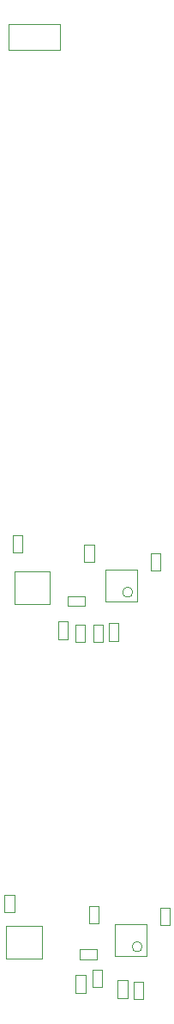
<source format=gbr>
%TF.GenerationSoftware,Altium Limited,Altium Designer,19.1.6 (110)*%
G04 Layer_Color=16711935*
%FSLAX26Y26*%
%MOIN*%
%TF.FileFunction,Other,M13-Bottom_3D_Body*%
%TF.Part,Single*%
G01*
G75*
%TA.AperFunction,NonConductor*%
%ADD55C,0.003937*%
D55*
X88276Y-1800591D02*
G03*
X88276Y-1800591I-19685J0D01*
G01*
X51433Y-427433D02*
G03*
X51433Y-427433I-19685J0D01*
G01*
X-136701Y-311465D02*
Y-244536D01*
X-99299Y-311465D02*
Y-244536D01*
X-136701Y-311465D02*
X-99299D01*
X-136701Y-244536D02*
X-99299D01*
X-102701Y-552039D02*
X-65299D01*
X-102701Y-618968D02*
X-65299D01*
Y-552039D01*
X-102701Y-618968D02*
Y-552039D01*
X-42898Y-614953D02*
X-5102D01*
X-42898Y-546055D02*
X-5102D01*
X-42898Y-614953D02*
Y-546055D01*
X-5102Y-614953D02*
Y-546055D01*
X-153464Y-1848701D02*
X-86535D01*
X-153464Y-1811299D02*
X-86535D01*
Y-1848701D02*
Y-1811299D01*
X-153464Y-1848701D02*
Y-1811299D01*
X-302102Y-1846992D02*
Y-1721008D01*
X-439898D02*
X-302102D01*
X-439898Y-1846992D02*
Y-1721008D01*
Y-1846992D02*
X-302102D01*
X-409299Y-1665465D02*
Y-1598535D01*
X-446701Y-1665465D02*
Y-1598535D01*
X-409299D01*
X-446701Y-1665465D02*
X-409299D01*
X-170898Y-1980449D02*
Y-1911551D01*
X-133102Y-1980449D02*
Y-1911551D01*
X-170898Y-1980449D02*
X-133102D01*
X-170898Y-1911551D02*
X-133102D01*
X30898Y-1999449D02*
Y-1930551D01*
X-6898Y-1999449D02*
Y-1930551D01*
X30898D01*
X-6898Y-1999449D02*
X30898D01*
X54299Y-2003465D02*
Y-1936535D01*
X91701Y-2003465D02*
Y-1936535D01*
X54299Y-2003465D02*
X91701D01*
X54299Y-1936535D02*
X91701D01*
X-117701Y-1710465D02*
Y-1643535D01*
X-80299Y-1710465D02*
Y-1643535D01*
X-117701Y-1710465D02*
X-80299D01*
X-117701Y-1643535D02*
X-80299D01*
X-67299Y-1957465D02*
Y-1890535D01*
X-104701Y-1957465D02*
Y-1890535D01*
X-67299D01*
X-104701Y-1957465D02*
X-67299D01*
X104024Y-1836024D02*
Y-1713976D01*
X-18024Y-1836024D02*
Y-1713976D01*
Y-1836024D02*
X104024D01*
X-18024Y-1713976D02*
X104024D01*
X157299Y-1717465D02*
Y-1650535D01*
X194701Y-1717465D02*
Y-1650535D01*
X157299Y-1717465D02*
X194701D01*
X157299Y-1650535D02*
X194701D01*
X-433000Y1772000D02*
X-233000D01*
Y1672000D02*
Y1772000D01*
X-433000Y1672000D02*
X-233000D01*
X-433000D02*
Y1772000D01*
X-237898Y-541055D02*
X-200102D01*
X-237898Y-609953D02*
X-200102D01*
Y-541055D01*
X-237898Y-609953D02*
Y-541055D01*
X-54866Y-340819D02*
X67181D01*
X-54866Y-462866D02*
X67181D01*
X-54866D02*
Y-340819D01*
X67181Y-462866D02*
Y-340819D01*
X-409394Y-473496D02*
X-271599D01*
X-409394D02*
Y-347512D01*
X-271599D01*
Y-473496D02*
Y-347512D01*
X-414197Y-273968D02*
X-376795D01*
X-414197Y-207039D02*
X-376795D01*
X-414197Y-273968D02*
Y-207039D01*
X-376795Y-273968D02*
Y-207039D01*
X-172701Y-618968D02*
X-135299D01*
X-172701Y-552039D02*
X-135299D01*
X-172701Y-618968D02*
Y-552039D01*
X-135299Y-618968D02*
Y-552039D01*
X-202464Y-479205D02*
Y-441803D01*
X-135535Y-479205D02*
Y-441803D01*
X-202464D02*
X-135535D01*
X-202464Y-479205D02*
X-135535D01*
X122299Y-277039D02*
X159701D01*
X122299Y-343969D02*
X159701D01*
Y-277039D01*
X122299Y-343969D02*
Y-277039D01*
%TF.MD5,129ae756e59377c180c50996d954dcf2*%
M02*

</source>
